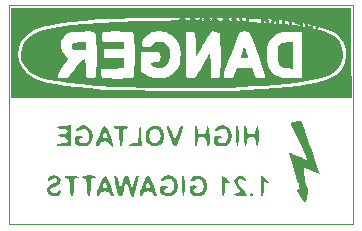
<source format=gbo>
G04 (created by PCBNEW (2013-07-07 BZR 4022)-stable) date 1/29/2014 5:58:00 PM*
%MOIN*%
G04 Gerber Fmt 3.4, Leading zero omitted, Abs format*
%FSLAX34Y34*%
G01*
G70*
G90*
G04 APERTURE LIST*
%ADD10C,0.00590551*%
%ADD11C,0.00984252*%
%ADD12C,0.0001*%
G04 APERTURE END LIST*
G54D10*
G54D11*
X75271Y-46740D02*
X75215Y-46759D01*
X75121Y-46759D01*
X75084Y-46740D01*
X75065Y-46721D01*
X75046Y-46684D01*
X75046Y-46646D01*
X75065Y-46609D01*
X75084Y-46590D01*
X75121Y-46571D01*
X75196Y-46553D01*
X75234Y-46534D01*
X75252Y-46515D01*
X75271Y-46478D01*
X75271Y-46440D01*
X75252Y-46403D01*
X75234Y-46384D01*
X75196Y-46365D01*
X75102Y-46365D01*
X75046Y-46384D01*
X74821Y-46759D02*
X74859Y-46740D01*
X74877Y-46721D01*
X74896Y-46684D01*
X74896Y-46571D01*
X74877Y-46534D01*
X74859Y-46515D01*
X74821Y-46496D01*
X74765Y-46496D01*
X74727Y-46515D01*
X74709Y-46534D01*
X74690Y-46571D01*
X74690Y-46684D01*
X74709Y-46721D01*
X74727Y-46740D01*
X74765Y-46759D01*
X74821Y-46759D01*
X74465Y-46759D02*
X74502Y-46740D01*
X74521Y-46703D01*
X74521Y-46365D01*
X74146Y-46759D02*
X74146Y-46365D01*
X74146Y-46740D02*
X74184Y-46759D01*
X74259Y-46759D01*
X74296Y-46740D01*
X74315Y-46721D01*
X74334Y-46684D01*
X74334Y-46571D01*
X74315Y-46534D01*
X74296Y-46515D01*
X74259Y-46496D01*
X74184Y-46496D01*
X74146Y-46515D01*
X73809Y-46740D02*
X73846Y-46759D01*
X73921Y-46759D01*
X73959Y-46740D01*
X73977Y-46703D01*
X73977Y-46553D01*
X73959Y-46515D01*
X73921Y-46496D01*
X73846Y-46496D01*
X73809Y-46515D01*
X73790Y-46553D01*
X73790Y-46590D01*
X73977Y-46628D01*
X73621Y-46759D02*
X73621Y-46496D01*
X73621Y-46571D02*
X73602Y-46534D01*
X73584Y-46515D01*
X73546Y-46496D01*
X73509Y-46496D01*
X73378Y-46759D02*
X73378Y-46496D01*
X73378Y-46365D02*
X73396Y-46384D01*
X73378Y-46403D01*
X73359Y-46384D01*
X73378Y-46365D01*
X73378Y-46403D01*
X73190Y-46496D02*
X73190Y-46759D01*
X73190Y-46534D02*
X73171Y-46515D01*
X73134Y-46496D01*
X73078Y-46496D01*
X73040Y-46515D01*
X73021Y-46553D01*
X73021Y-46759D01*
X72665Y-46496D02*
X72665Y-46815D01*
X72684Y-46853D01*
X72703Y-46871D01*
X72740Y-46890D01*
X72796Y-46890D01*
X72834Y-46871D01*
X72665Y-46740D02*
X72703Y-46759D01*
X72778Y-46759D01*
X72815Y-46740D01*
X72834Y-46721D01*
X72853Y-46684D01*
X72853Y-46571D01*
X72834Y-46534D01*
X72815Y-46515D01*
X72778Y-46496D01*
X72703Y-46496D01*
X72665Y-46515D01*
X72178Y-46759D02*
X72178Y-46365D01*
X72028Y-46365D01*
X71990Y-46384D01*
X71971Y-46403D01*
X71953Y-46440D01*
X71953Y-46496D01*
X71971Y-46534D01*
X71990Y-46553D01*
X72028Y-46571D01*
X72178Y-46571D01*
X71784Y-46759D02*
X71784Y-46496D01*
X71784Y-46571D02*
X71765Y-46534D01*
X71746Y-46515D01*
X71709Y-46496D01*
X71671Y-46496D01*
X71372Y-46759D02*
X71372Y-46553D01*
X71390Y-46515D01*
X71428Y-46496D01*
X71503Y-46496D01*
X71540Y-46515D01*
X71372Y-46740D02*
X71409Y-46759D01*
X71503Y-46759D01*
X71540Y-46740D01*
X71559Y-46703D01*
X71559Y-46665D01*
X71540Y-46628D01*
X71503Y-46609D01*
X71409Y-46609D01*
X71372Y-46590D01*
X71015Y-46740D02*
X71053Y-46759D01*
X71128Y-46759D01*
X71165Y-46740D01*
X71184Y-46721D01*
X71203Y-46684D01*
X71203Y-46571D01*
X71184Y-46534D01*
X71165Y-46515D01*
X71128Y-46496D01*
X71053Y-46496D01*
X71015Y-46515D01*
X70903Y-46496D02*
X70753Y-46496D01*
X70847Y-46365D02*
X70847Y-46703D01*
X70828Y-46740D01*
X70790Y-46759D01*
X70753Y-46759D01*
X70622Y-46759D02*
X70622Y-46496D01*
X70622Y-46365D02*
X70640Y-46384D01*
X70622Y-46403D01*
X70603Y-46384D01*
X70622Y-46365D01*
X70622Y-46403D01*
X70265Y-46740D02*
X70303Y-46759D01*
X70378Y-46759D01*
X70415Y-46740D01*
X70434Y-46721D01*
X70453Y-46684D01*
X70453Y-46571D01*
X70434Y-46534D01*
X70415Y-46515D01*
X70378Y-46496D01*
X70303Y-46496D01*
X70265Y-46515D01*
X69947Y-46740D02*
X69984Y-46759D01*
X70059Y-46759D01*
X70097Y-46740D01*
X70115Y-46703D01*
X70115Y-46553D01*
X70097Y-46515D01*
X70059Y-46496D01*
X69984Y-46496D01*
X69947Y-46515D01*
X69928Y-46553D01*
X69928Y-46590D01*
X70115Y-46628D01*
G54D12*
G36*
X64233Y-53367D02*
X64267Y-53367D01*
X64267Y-53334D01*
X64267Y-49700D01*
X64267Y-46067D01*
X69983Y-46067D01*
X75700Y-46067D01*
X75700Y-49700D01*
X75700Y-53334D01*
X69983Y-53334D01*
X64267Y-53334D01*
X64267Y-53367D01*
X69983Y-53367D01*
X75733Y-53367D01*
X75733Y-49700D01*
X75733Y-46034D01*
X69983Y-46034D01*
X64233Y-46034D01*
X64233Y-49700D01*
X64233Y-53367D01*
X64233Y-53367D01*
X64233Y-53367D01*
G37*
G36*
X73581Y-50941D02*
X73587Y-50975D01*
X73610Y-51063D01*
X73648Y-51193D01*
X73698Y-51355D01*
X73750Y-51519D01*
X73809Y-51704D01*
X73860Y-51868D01*
X73900Y-52001D01*
X73925Y-52090D01*
X73933Y-52125D01*
X73907Y-52162D01*
X73883Y-52167D01*
X73839Y-52177D01*
X73833Y-52185D01*
X73852Y-52223D01*
X73898Y-52295D01*
X73961Y-52384D01*
X74028Y-52475D01*
X74088Y-52551D01*
X74128Y-52595D01*
X74136Y-52600D01*
X74152Y-52570D01*
X74170Y-52493D01*
X74181Y-52425D01*
X74198Y-52309D01*
X74215Y-52209D01*
X74223Y-52174D01*
X74225Y-52116D01*
X74198Y-52107D01*
X74173Y-52090D01*
X74149Y-52023D01*
X74124Y-51900D01*
X74107Y-51790D01*
X74088Y-51650D01*
X74077Y-51536D01*
X74073Y-51464D01*
X74076Y-51447D01*
X74111Y-51453D01*
X74191Y-51481D01*
X74302Y-51528D01*
X74346Y-51547D01*
X74461Y-51597D01*
X74549Y-51629D01*
X74596Y-51639D01*
X74600Y-51637D01*
X74589Y-51598D01*
X74560Y-51507D01*
X74515Y-51375D01*
X74458Y-51213D01*
X74405Y-51063D01*
X74331Y-50854D01*
X74255Y-50637D01*
X74183Y-50434D01*
X74124Y-50263D01*
X74100Y-50193D01*
X73990Y-49869D01*
X73837Y-49889D01*
X73738Y-49907D01*
X73667Y-49929D01*
X73651Y-49938D01*
X73654Y-49979D01*
X73688Y-50073D01*
X73750Y-50218D01*
X73839Y-50408D01*
X73916Y-50566D01*
X74006Y-50749D01*
X74083Y-50911D01*
X74143Y-51043D01*
X74182Y-51136D01*
X74196Y-51180D01*
X74196Y-51182D01*
X74160Y-51177D01*
X74078Y-51148D01*
X73964Y-51100D01*
X73886Y-51064D01*
X73760Y-51007D01*
X73659Y-50965D01*
X73596Y-50942D01*
X73581Y-50941D01*
X73581Y-50941D01*
X73581Y-50941D01*
G37*
G36*
X72633Y-52050D02*
X72636Y-52220D01*
X72644Y-52330D01*
X72660Y-52386D01*
X72685Y-52397D01*
X72711Y-52378D01*
X72722Y-52336D01*
X72730Y-52246D01*
X72733Y-52129D01*
X72733Y-52128D01*
X72740Y-51992D01*
X72758Y-51915D01*
X72787Y-51901D01*
X72817Y-51934D01*
X72858Y-51965D01*
X72894Y-51953D01*
X72900Y-51930D01*
X72877Y-51886D01*
X72821Y-51822D01*
X72751Y-51756D01*
X72690Y-51710D01*
X72663Y-51700D01*
X72651Y-51731D01*
X72641Y-51815D01*
X72635Y-51938D01*
X72633Y-52050D01*
X72633Y-52050D01*
X72633Y-52050D01*
G37*
G36*
X72278Y-52343D02*
X72302Y-52390D01*
X72333Y-52400D01*
X72376Y-52376D01*
X72385Y-52364D01*
X72389Y-52313D01*
X72354Y-52279D01*
X72306Y-52283D01*
X72296Y-52291D01*
X72278Y-52343D01*
X72278Y-52343D01*
X72278Y-52343D01*
G37*
G36*
X71742Y-52342D02*
X71779Y-52365D01*
X71860Y-52383D01*
X71961Y-52395D01*
X72057Y-52397D01*
X72127Y-52388D01*
X72143Y-52379D01*
X72162Y-52349D01*
X72155Y-52310D01*
X72116Y-52250D01*
X72037Y-52156D01*
X72015Y-52131D01*
X71919Y-52009D01*
X71875Y-51918D01*
X71873Y-51889D01*
X71908Y-51825D01*
X71970Y-51807D01*
X72036Y-51839D01*
X72050Y-51856D01*
X72095Y-51895D01*
X72135Y-51879D01*
X72151Y-51838D01*
X72116Y-51783D01*
X72103Y-51770D01*
X72003Y-51710D01*
X71893Y-51711D01*
X71797Y-51770D01*
X71748Y-51860D01*
X71762Y-51966D01*
X71841Y-52088D01*
X71873Y-52122D01*
X71939Y-52208D01*
X71945Y-52265D01*
X71891Y-52295D01*
X71829Y-52300D01*
X71756Y-52312D01*
X71742Y-52342D01*
X71742Y-52342D01*
X71742Y-52342D01*
G37*
G36*
X71333Y-52032D02*
X71337Y-52210D01*
X71349Y-52327D01*
X71370Y-52384D01*
X71401Y-52387D01*
X71412Y-52377D01*
X71423Y-52335D01*
X71431Y-52246D01*
X71433Y-52150D01*
X71437Y-52019D01*
X71450Y-51944D01*
X71477Y-51917D01*
X71523Y-51928D01*
X71538Y-51936D01*
X71590Y-51952D01*
X71599Y-51929D01*
X71570Y-51877D01*
X71504Y-51804D01*
X71497Y-51797D01*
X71426Y-51737D01*
X71374Y-51703D01*
X71363Y-51700D01*
X71351Y-51731D01*
X71341Y-51815D01*
X71335Y-51936D01*
X71333Y-52032D01*
X71333Y-52032D01*
X71333Y-52032D01*
G37*
G36*
X70267Y-52163D02*
X70279Y-52259D01*
X70310Y-52327D01*
X70316Y-52332D01*
X70405Y-52373D01*
X70526Y-52387D01*
X70645Y-52374D01*
X70706Y-52351D01*
X70792Y-52268D01*
X70841Y-52149D01*
X70851Y-52014D01*
X70824Y-51884D01*
X70757Y-51778D01*
X70725Y-51751D01*
X70618Y-51708D01*
X70494Y-51703D01*
X70381Y-51734D01*
X70332Y-51768D01*
X70288Y-51835D01*
X70296Y-51883D01*
X70348Y-51900D01*
X70405Y-51877D01*
X70433Y-51850D01*
X70508Y-51801D01*
X70590Y-51805D01*
X70664Y-51855D01*
X70717Y-51940D01*
X70733Y-52037D01*
X70711Y-52170D01*
X70651Y-52259D01*
X70562Y-52296D01*
X70452Y-52276D01*
X70431Y-52266D01*
X70374Y-52218D01*
X70384Y-52172D01*
X70450Y-52134D01*
X70520Y-52095D01*
X70526Y-52061D01*
X70472Y-52039D01*
X70400Y-52034D01*
X70315Y-52037D01*
X70277Y-52059D01*
X70267Y-52119D01*
X70267Y-52163D01*
X70267Y-52163D01*
X70267Y-52163D01*
G37*
G36*
X70005Y-51939D02*
X70007Y-52039D01*
X70016Y-52215D01*
X70030Y-52329D01*
X70049Y-52385D01*
X70058Y-52392D01*
X70078Y-52382D01*
X70091Y-52330D01*
X70098Y-52229D01*
X70100Y-52070D01*
X70100Y-52053D01*
X70099Y-51893D01*
X70093Y-51789D01*
X70082Y-51729D01*
X70064Y-51704D01*
X70049Y-51700D01*
X70026Y-51709D01*
X70012Y-51745D01*
X70005Y-51818D01*
X70005Y-51939D01*
X70005Y-51939D01*
X70005Y-51939D01*
G37*
G36*
X69273Y-52173D02*
X69274Y-52260D01*
X69305Y-52312D01*
X69363Y-52348D01*
X69514Y-52398D01*
X69650Y-52382D01*
X69769Y-52303D01*
X69840Y-52212D01*
X69865Y-52111D01*
X69867Y-52067D01*
X69845Y-51901D01*
X69779Y-51783D01*
X69672Y-51717D01*
X69566Y-51701D01*
X69456Y-51718D01*
X69364Y-51761D01*
X69308Y-51820D01*
X69300Y-51852D01*
X69322Y-51893D01*
X69374Y-51894D01*
X69431Y-51853D01*
X69433Y-51850D01*
X69501Y-51811D01*
X69591Y-51802D01*
X69671Y-51824D01*
X69693Y-51842D01*
X69745Y-51941D01*
X69756Y-52048D01*
X69733Y-52151D01*
X69682Y-52237D01*
X69612Y-52291D01*
X69528Y-52300D01*
X69470Y-52277D01*
X69417Y-52223D01*
X69407Y-52169D01*
X69442Y-52136D01*
X69464Y-52134D01*
X69521Y-52112D01*
X69533Y-52081D01*
X69517Y-52047D01*
X69457Y-52037D01*
X69408Y-52040D01*
X69326Y-52052D01*
X69288Y-52084D01*
X69275Y-52158D01*
X69273Y-52173D01*
X69273Y-52173D01*
X69273Y-52173D01*
G37*
G36*
X68595Y-52314D02*
X68601Y-52374D01*
X68637Y-52388D01*
X68683Y-52356D01*
X68705Y-52319D01*
X68742Y-52263D01*
X68800Y-52238D01*
X68803Y-52237D01*
X68803Y-52096D01*
X68813Y-52028D01*
X68832Y-51949D01*
X68850Y-51906D01*
X68851Y-51905D01*
X68885Y-51907D01*
X68922Y-51959D01*
X68951Y-52042D01*
X68961Y-52107D01*
X68932Y-52131D01*
X68883Y-52134D01*
X68822Y-52127D01*
X68803Y-52096D01*
X68803Y-52237D01*
X68883Y-52234D01*
X68979Y-52241D01*
X69032Y-52269D01*
X69061Y-52317D01*
X69103Y-52381D01*
X69143Y-52398D01*
X69164Y-52363D01*
X69165Y-52342D01*
X69152Y-52286D01*
X69120Y-52186D01*
X69075Y-52059D01*
X69053Y-52000D01*
X68985Y-51841D01*
X68929Y-51745D01*
X68878Y-51714D01*
X68828Y-51747D01*
X68772Y-51843D01*
X68712Y-51984D01*
X68662Y-52113D01*
X68622Y-52225D01*
X68598Y-52300D01*
X68595Y-52314D01*
X68595Y-52314D01*
X68595Y-52314D01*
G37*
G36*
X67749Y-51746D02*
X67762Y-51833D01*
X67788Y-51950D01*
X67820Y-52079D01*
X67855Y-52203D01*
X67889Y-52306D01*
X67917Y-52370D01*
X67928Y-52383D01*
X67972Y-52391D01*
X68005Y-52369D01*
X68035Y-52307D01*
X68069Y-52193D01*
X68083Y-52134D01*
X68114Y-52023D01*
X68143Y-51945D01*
X68163Y-51915D01*
X68165Y-51916D01*
X68184Y-51954D01*
X68210Y-52037D01*
X68232Y-52124D01*
X68273Y-52272D01*
X68318Y-52367D01*
X68364Y-52405D01*
X68408Y-52381D01*
X68414Y-52372D01*
X68427Y-52332D01*
X68449Y-52244D01*
X68478Y-52127D01*
X68508Y-51999D01*
X68536Y-51877D01*
X68557Y-51778D01*
X68567Y-51722D01*
X68567Y-51717D01*
X68540Y-51702D01*
X68518Y-51700D01*
X68491Y-51710D01*
X68467Y-51748D01*
X68440Y-51823D01*
X68408Y-51947D01*
X68384Y-52050D01*
X68364Y-52107D01*
X68342Y-52108D01*
X68315Y-52051D01*
X68281Y-51931D01*
X68267Y-51873D01*
X68240Y-51771D01*
X68212Y-51719D01*
X68175Y-51705D01*
X68155Y-51707D01*
X68108Y-51727D01*
X68074Y-51784D01*
X68041Y-51891D01*
X68039Y-51900D01*
X68003Y-52031D01*
X67973Y-52096D01*
X67946Y-52097D01*
X67920Y-52033D01*
X67898Y-51935D01*
X67864Y-51808D01*
X67822Y-51725D01*
X67778Y-51693D01*
X67751Y-51705D01*
X67749Y-51746D01*
X67749Y-51746D01*
X67749Y-51746D01*
G37*
G36*
X67162Y-52314D02*
X67168Y-52374D01*
X67204Y-52388D01*
X67250Y-52356D01*
X67272Y-52319D01*
X67309Y-52263D01*
X67368Y-52238D01*
X67370Y-52237D01*
X67370Y-52096D01*
X67380Y-52028D01*
X67399Y-51949D01*
X67417Y-51906D01*
X67418Y-51905D01*
X67451Y-51907D01*
X67489Y-51959D01*
X67518Y-52042D01*
X67527Y-52107D01*
X67498Y-52131D01*
X67450Y-52134D01*
X67388Y-52127D01*
X67370Y-52096D01*
X67370Y-52237D01*
X67448Y-52234D01*
X67544Y-52242D01*
X67597Y-52273D01*
X67617Y-52306D01*
X67660Y-52370D01*
X67703Y-52393D01*
X67729Y-52369D01*
X67732Y-52345D01*
X67720Y-52287D01*
X67689Y-52186D01*
X67644Y-52058D01*
X67623Y-52000D01*
X67556Y-51839D01*
X67500Y-51743D01*
X67448Y-51711D01*
X67397Y-51744D01*
X67340Y-51840D01*
X67279Y-51984D01*
X67229Y-52113D01*
X67189Y-52225D01*
X67165Y-52300D01*
X67162Y-52314D01*
X67162Y-52314D01*
X67162Y-52314D01*
G37*
G36*
X66667Y-51750D02*
X66696Y-51790D01*
X66749Y-51800D01*
X66788Y-51803D01*
X66813Y-51821D01*
X66827Y-51866D01*
X66835Y-51953D01*
X66841Y-52089D01*
X66851Y-52243D01*
X66870Y-52347D01*
X66895Y-52398D01*
X66924Y-52391D01*
X66946Y-52349D01*
X66956Y-52290D01*
X66964Y-52186D01*
X66967Y-52059D01*
X66967Y-52047D01*
X66968Y-51921D01*
X66974Y-51847D01*
X66991Y-51812D01*
X67022Y-51801D01*
X67050Y-51800D01*
X67117Y-51783D01*
X67133Y-51750D01*
X67120Y-51723D01*
X67070Y-51707D01*
X66973Y-51701D01*
X66900Y-51700D01*
X66773Y-51703D01*
X66701Y-51714D01*
X66670Y-51735D01*
X66667Y-51750D01*
X66667Y-51750D01*
X66667Y-51750D01*
G37*
G36*
X66100Y-51749D02*
X66129Y-51790D01*
X66182Y-51800D01*
X66222Y-51803D01*
X66247Y-51821D01*
X66261Y-51866D01*
X66269Y-51953D01*
X66274Y-52089D01*
X66285Y-52255D01*
X66305Y-52357D01*
X66335Y-52397D01*
X66377Y-52379D01*
X66388Y-52337D01*
X66396Y-52246D01*
X66400Y-52122D01*
X66400Y-52080D01*
X66400Y-51805D01*
X66492Y-51794D01*
X66569Y-51778D01*
X66586Y-51757D01*
X66551Y-51736D01*
X66469Y-51718D01*
X66348Y-51707D01*
X66342Y-51707D01*
X66214Y-51704D01*
X66140Y-51710D01*
X66107Y-51727D01*
X66100Y-51749D01*
X66100Y-51749D01*
X66100Y-51749D01*
G37*
G36*
X65500Y-52186D02*
X65530Y-52288D01*
X65610Y-52363D01*
X65724Y-52399D01*
X65750Y-52400D01*
X65869Y-52376D01*
X65933Y-52334D01*
X65991Y-52259D01*
X65990Y-52206D01*
X65961Y-52180D01*
X65914Y-52185D01*
X65873Y-52228D01*
X65802Y-52286D01*
X65715Y-52296D01*
X65639Y-52256D01*
X65633Y-52250D01*
X65614Y-52188D01*
X65654Y-52131D01*
X65746Y-52089D01*
X65769Y-52083D01*
X65890Y-52032D01*
X65954Y-51945D01*
X65967Y-51866D01*
X65939Y-51771D01*
X65859Y-51716D01*
X65750Y-51700D01*
X65636Y-51719D01*
X65559Y-51769D01*
X65533Y-51835D01*
X65549Y-51891D01*
X65591Y-51890D01*
X65633Y-51850D01*
X65696Y-51812D01*
X65775Y-51801D01*
X65839Y-51822D01*
X65851Y-51835D01*
X65851Y-51887D01*
X65809Y-51939D01*
X65745Y-51966D01*
X65734Y-51967D01*
X65649Y-51993D01*
X65567Y-52057D01*
X65511Y-52138D01*
X65500Y-52186D01*
X65500Y-52186D01*
X65500Y-52186D01*
G37*
G36*
X72072Y-50272D02*
X72074Y-50372D01*
X72082Y-50549D01*
X72096Y-50663D01*
X72116Y-50718D01*
X72125Y-50725D01*
X72154Y-50709D01*
X72166Y-50634D01*
X72167Y-50607D01*
X72185Y-50487D01*
X72242Y-50421D01*
X72339Y-50405D01*
X72356Y-50406D01*
X72416Y-50420D01*
X72447Y-50458D01*
X72464Y-50538D01*
X72467Y-50564D01*
X72486Y-50656D01*
X72513Y-50716D01*
X72525Y-50725D01*
X72545Y-50715D01*
X72557Y-50663D01*
X72564Y-50562D01*
X72567Y-50404D01*
X72567Y-50384D01*
X72565Y-50218D01*
X72558Y-50112D01*
X72546Y-50055D01*
X72528Y-50041D01*
X72525Y-50042D01*
X72495Y-50081D01*
X72471Y-50160D01*
X72467Y-50186D01*
X72450Y-50271D01*
X72418Y-50311D01*
X72350Y-50326D01*
X72337Y-50328D01*
X72242Y-50322D01*
X72189Y-50277D01*
X72168Y-50181D01*
X72167Y-50142D01*
X72155Y-50060D01*
X72116Y-50034D01*
X72092Y-50043D01*
X72078Y-50078D01*
X72072Y-50151D01*
X72072Y-50272D01*
X72072Y-50272D01*
X72072Y-50272D01*
G37*
G36*
X71805Y-50272D02*
X71807Y-50372D01*
X71816Y-50549D01*
X71830Y-50663D01*
X71849Y-50718D01*
X71858Y-50725D01*
X71878Y-50715D01*
X71891Y-50663D01*
X71898Y-50562D01*
X71900Y-50403D01*
X71900Y-50386D01*
X71899Y-50226D01*
X71893Y-50122D01*
X71882Y-50063D01*
X71864Y-50037D01*
X71849Y-50034D01*
X71826Y-50043D01*
X71812Y-50078D01*
X71805Y-50151D01*
X71805Y-50272D01*
X71805Y-50272D01*
X71805Y-50272D01*
G37*
G36*
X71073Y-50503D02*
X71080Y-50605D01*
X71128Y-50672D01*
X71226Y-50711D01*
X71315Y-50725D01*
X71416Y-50730D01*
X71485Y-50709D01*
X71556Y-50649D01*
X71565Y-50640D01*
X71643Y-50525D01*
X71670Y-50395D01*
X71653Y-50267D01*
X71596Y-50154D01*
X71504Y-50072D01*
X71382Y-50034D01*
X71360Y-50034D01*
X71253Y-50051D01*
X71162Y-50095D01*
X71108Y-50155D01*
X71100Y-50185D01*
X71122Y-50227D01*
X71174Y-50227D01*
X71231Y-50186D01*
X71233Y-50184D01*
X71310Y-50139D01*
X71412Y-50145D01*
X71468Y-50167D01*
X71524Y-50231D01*
X71553Y-50332D01*
X71551Y-50446D01*
X71528Y-50522D01*
X71464Y-50605D01*
X71371Y-50632D01*
X71281Y-50619D01*
X71221Y-50583D01*
X71198Y-50531D01*
X71216Y-50484D01*
X71267Y-50467D01*
X71322Y-50445D01*
X71333Y-50415D01*
X71317Y-50381D01*
X71257Y-50371D01*
X71208Y-50373D01*
X71126Y-50385D01*
X71088Y-50418D01*
X71075Y-50490D01*
X71073Y-50503D01*
X71073Y-50503D01*
X71073Y-50503D01*
G37*
G36*
X70433Y-50386D02*
X70435Y-50551D01*
X70442Y-50657D01*
X70454Y-50712D01*
X70473Y-50726D01*
X70475Y-50725D01*
X70504Y-50687D01*
X70527Y-50605D01*
X70533Y-50564D01*
X70549Y-50472D01*
X70575Y-50426D01*
X70627Y-50408D01*
X70644Y-50406D01*
X70748Y-50416D01*
X70810Y-50476D01*
X70833Y-50589D01*
X70833Y-50604D01*
X70844Y-50690D01*
X70870Y-50732D01*
X70902Y-50722D01*
X70919Y-50689D01*
X70930Y-50624D01*
X70933Y-50519D01*
X70930Y-50394D01*
X70921Y-50266D01*
X70907Y-50152D01*
X70891Y-50071D01*
X70875Y-50042D01*
X70844Y-50060D01*
X70833Y-50139D01*
X70821Y-50253D01*
X70779Y-50313D01*
X70699Y-50330D01*
X70663Y-50328D01*
X70592Y-50316D01*
X70557Y-50285D01*
X70543Y-50215D01*
X70540Y-50175D01*
X70523Y-50074D01*
X70489Y-50034D01*
X70482Y-50034D01*
X70460Y-50046D01*
X70445Y-50089D01*
X70437Y-50173D01*
X70434Y-50310D01*
X70433Y-50386D01*
X70433Y-50386D01*
X70433Y-50386D01*
G37*
G36*
X69507Y-50060D02*
X69512Y-50111D01*
X69537Y-50202D01*
X69585Y-50342D01*
X69611Y-50417D01*
X69674Y-50580D01*
X69726Y-50682D01*
X69769Y-50726D01*
X69775Y-50727D01*
X69833Y-50716D01*
X69850Y-50694D01*
X69913Y-50516D01*
X69967Y-50352D01*
X70007Y-50213D01*
X70030Y-50110D01*
X70034Y-50055D01*
X70031Y-50049D01*
X69992Y-50040D01*
X69954Y-50072D01*
X69914Y-50154D01*
X69865Y-50291D01*
X69862Y-50301D01*
X69823Y-50410D01*
X69789Y-50484D01*
X69766Y-50510D01*
X69763Y-50509D01*
X69742Y-50466D01*
X69710Y-50378D01*
X69674Y-50267D01*
X69626Y-50136D01*
X69581Y-50058D01*
X69554Y-50039D01*
X69522Y-50039D01*
X69507Y-50060D01*
X69507Y-50060D01*
X69507Y-50060D01*
G37*
G36*
X68802Y-50466D02*
X68816Y-50535D01*
X68859Y-50596D01*
X68894Y-50632D01*
X68926Y-50653D01*
X68926Y-50375D01*
X68951Y-50259D01*
X68992Y-50192D01*
X69073Y-50139D01*
X69158Y-50142D01*
X69233Y-50193D01*
X69284Y-50283D01*
X69300Y-50384D01*
X69278Y-50501D01*
X69220Y-50586D01*
X69139Y-50630D01*
X69051Y-50624D01*
X68986Y-50581D01*
X68938Y-50492D01*
X68926Y-50375D01*
X68926Y-50653D01*
X69013Y-50712D01*
X69144Y-50734D01*
X69270Y-50696D01*
X69291Y-50683D01*
X69364Y-50595D01*
X69403Y-50471D01*
X69407Y-50333D01*
X69376Y-50203D01*
X69310Y-50102D01*
X69298Y-50092D01*
X69187Y-50041D01*
X69059Y-50041D01*
X68939Y-50092D01*
X68914Y-50110D01*
X68853Y-50181D01*
X68820Y-50275D01*
X68808Y-50359D01*
X68802Y-50466D01*
X68802Y-50466D01*
X68802Y-50466D01*
G37*
G36*
X68233Y-50685D02*
X68250Y-50713D01*
X68306Y-50728D01*
X68413Y-50733D01*
X68451Y-50734D01*
X68669Y-50734D01*
X68660Y-50392D01*
X68651Y-50221D01*
X68637Y-50110D01*
X68620Y-50060D01*
X68602Y-50072D01*
X68584Y-50148D01*
X68570Y-50289D01*
X68567Y-50334D01*
X68550Y-50617D01*
X68392Y-50627D01*
X68285Y-50642D01*
X68238Y-50669D01*
X68233Y-50685D01*
X68233Y-50685D01*
X68233Y-50685D01*
G37*
G36*
X67733Y-50080D02*
X67763Y-50121D01*
X67825Y-50140D01*
X67869Y-50147D01*
X67897Y-50166D01*
X67912Y-50209D01*
X67921Y-50291D01*
X67926Y-50424D01*
X67926Y-50442D01*
X67934Y-50575D01*
X67947Y-50676D01*
X67963Y-50729D01*
X67969Y-50734D01*
X68009Y-50707D01*
X68017Y-50692D01*
X68026Y-50640D01*
X68034Y-50541D01*
X68041Y-50416D01*
X68041Y-50400D01*
X68047Y-50273D01*
X68056Y-50198D01*
X68075Y-50160D01*
X68109Y-50144D01*
X68144Y-50139D01*
X68208Y-50120D01*
X68224Y-50089D01*
X68185Y-50066D01*
X68089Y-50049D01*
X67973Y-50040D01*
X67845Y-50038D01*
X67771Y-50044D01*
X67738Y-50062D01*
X67733Y-50080D01*
X67733Y-50080D01*
X67733Y-50080D01*
G37*
G36*
X67141Y-50703D02*
X67143Y-50727D01*
X67160Y-50734D01*
X67184Y-50734D01*
X67234Y-50706D01*
X67273Y-50650D01*
X67313Y-50593D01*
X67367Y-50573D01*
X67367Y-50425D01*
X67377Y-50349D01*
X67400Y-50276D01*
X67426Y-50235D01*
X67432Y-50234D01*
X67461Y-50261D01*
X67497Y-50323D01*
X67525Y-50393D01*
X67533Y-50435D01*
X67505Y-50459D01*
X67450Y-50467D01*
X67388Y-50453D01*
X67367Y-50425D01*
X67367Y-50573D01*
X67377Y-50570D01*
X67440Y-50567D01*
X67532Y-50576D01*
X67584Y-50611D01*
X67606Y-50650D01*
X67651Y-50715D01*
X67696Y-50735D01*
X67723Y-50710D01*
X67721Y-50654D01*
X67687Y-50540D01*
X67640Y-50411D01*
X67588Y-50281D01*
X67535Y-50165D01*
X67489Y-50078D01*
X67457Y-50035D01*
X67451Y-50034D01*
X67414Y-50042D01*
X67380Y-50076D01*
X67342Y-50144D01*
X67295Y-50256D01*
X67238Y-50410D01*
X67186Y-50556D01*
X67155Y-50649D01*
X67141Y-50703D01*
X67141Y-50703D01*
X67141Y-50703D01*
G37*
G36*
X66440Y-50503D02*
X66447Y-50605D01*
X66495Y-50672D01*
X66593Y-50711D01*
X66682Y-50725D01*
X66783Y-50730D01*
X66852Y-50709D01*
X66923Y-50649D01*
X66932Y-50640D01*
X67010Y-50523D01*
X67038Y-50393D01*
X67020Y-50265D01*
X66961Y-50152D01*
X66866Y-50071D01*
X66740Y-50034D01*
X66719Y-50034D01*
X66619Y-50053D01*
X66531Y-50102D01*
X66475Y-50166D01*
X66467Y-50200D01*
X66486Y-50231D01*
X66546Y-50218D01*
X66627Y-50177D01*
X66710Y-50140D01*
X66780Y-50146D01*
X66812Y-50158D01*
X66884Y-50225D01*
X66922Y-50329D01*
X66919Y-50449D01*
X66895Y-50522D01*
X66831Y-50605D01*
X66738Y-50632D01*
X66648Y-50619D01*
X66587Y-50583D01*
X66565Y-50531D01*
X66582Y-50484D01*
X66633Y-50467D01*
X66689Y-50445D01*
X66700Y-50415D01*
X66683Y-50381D01*
X66623Y-50371D01*
X66575Y-50373D01*
X66493Y-50385D01*
X66455Y-50418D01*
X66441Y-50490D01*
X66440Y-50503D01*
X66440Y-50503D01*
X66440Y-50503D01*
G37*
G36*
X65833Y-50684D02*
X65847Y-50711D01*
X65897Y-50726D01*
X65994Y-50733D01*
X66067Y-50734D01*
X66300Y-50734D01*
X66300Y-50382D01*
X66300Y-50030D01*
X66078Y-50040D01*
X65945Y-50053D01*
X65864Y-50073D01*
X65837Y-50097D01*
X65868Y-50120D01*
X65960Y-50136D01*
X66006Y-50140D01*
X66114Y-50151D01*
X66171Y-50172D01*
X66194Y-50209D01*
X66195Y-50213D01*
X66183Y-50281D01*
X66115Y-50320D01*
X65992Y-50333D01*
X65900Y-50342D01*
X65870Y-50364D01*
X65900Y-50388D01*
X65988Y-50405D01*
X66005Y-50407D01*
X66121Y-50433D01*
X66187Y-50488D01*
X66195Y-50564D01*
X66190Y-50579D01*
X66156Y-50614D01*
X66079Y-50631D01*
X66001Y-50634D01*
X65896Y-50639D01*
X65844Y-50657D01*
X65833Y-50684D01*
X65833Y-50684D01*
X65833Y-50684D01*
G37*
G36*
X64317Y-49117D02*
X64549Y-49117D01*
X64549Y-47652D01*
X64576Y-47437D01*
X64659Y-47234D01*
X64798Y-47056D01*
X64831Y-47025D01*
X64946Y-46940D01*
X65087Y-46863D01*
X65259Y-46795D01*
X65467Y-46734D01*
X65717Y-46679D01*
X66012Y-46629D01*
X66358Y-46583D01*
X66761Y-46540D01*
X67224Y-46498D01*
X67283Y-46493D01*
X67444Y-46484D01*
X67662Y-46475D01*
X67933Y-46468D01*
X68246Y-46461D01*
X68595Y-46457D01*
X68972Y-46453D01*
X69369Y-46450D01*
X69778Y-46449D01*
X70191Y-46449D01*
X70602Y-46450D01*
X71001Y-46452D01*
X71382Y-46456D01*
X71736Y-46460D01*
X72056Y-46466D01*
X72333Y-46473D01*
X72561Y-46482D01*
X72731Y-46491D01*
X72750Y-46493D01*
X73230Y-46534D01*
X73648Y-46579D01*
X74008Y-46627D01*
X74316Y-46679D01*
X74576Y-46738D01*
X74793Y-46804D01*
X74972Y-46878D01*
X75117Y-46961D01*
X75233Y-47055D01*
X75283Y-47109D01*
X75407Y-47300D01*
X75475Y-47513D01*
X75486Y-47734D01*
X75438Y-47948D01*
X75404Y-48025D01*
X75335Y-48141D01*
X75250Y-48245D01*
X75146Y-48337D01*
X75019Y-48419D01*
X74864Y-48492D01*
X74678Y-48557D01*
X74456Y-48615D01*
X74195Y-48666D01*
X73891Y-48711D01*
X73538Y-48752D01*
X73135Y-48789D01*
X72675Y-48824D01*
X72156Y-48856D01*
X71733Y-48880D01*
X71618Y-48884D01*
X71444Y-48886D01*
X71220Y-48888D01*
X70954Y-48888D01*
X70655Y-48887D01*
X70329Y-48886D01*
X69986Y-48884D01*
X69634Y-48880D01*
X69280Y-48877D01*
X68933Y-48872D01*
X68601Y-48867D01*
X68292Y-48862D01*
X68014Y-48857D01*
X67776Y-48851D01*
X67585Y-48845D01*
X67450Y-48839D01*
X67417Y-48836D01*
X66928Y-48796D01*
X66501Y-48754D01*
X66132Y-48709D01*
X65815Y-48660D01*
X65547Y-48605D01*
X65322Y-48545D01*
X65136Y-48477D01*
X64984Y-48400D01*
X64862Y-48315D01*
X64804Y-48261D01*
X64662Y-48075D01*
X64577Y-47868D01*
X64549Y-47652D01*
X64549Y-49117D01*
X69992Y-49125D01*
X75668Y-49134D01*
X75659Y-47625D01*
X75650Y-46117D01*
X69983Y-46117D01*
X64317Y-46117D01*
X64317Y-47617D01*
X64317Y-49117D01*
X64317Y-49117D01*
X64317Y-49117D01*
G37*
G36*
X64636Y-47645D02*
X64660Y-47840D01*
X64737Y-48026D01*
X64869Y-48193D01*
X64977Y-48280D01*
X65126Y-48362D01*
X65325Y-48437D01*
X65575Y-48504D01*
X65867Y-48561D01*
X65867Y-48398D01*
X65884Y-48353D01*
X65927Y-48268D01*
X65987Y-48162D01*
X66054Y-48052D01*
X66118Y-47954D01*
X66168Y-47886D01*
X66174Y-47878D01*
X66211Y-47834D01*
X66215Y-47799D01*
X66181Y-47755D01*
X66116Y-47694D01*
X66013Y-47557D01*
X65969Y-47399D01*
X65987Y-47232D01*
X66016Y-47157D01*
X66065Y-47069D01*
X66124Y-47005D01*
X66205Y-46962D01*
X66319Y-46933D01*
X66477Y-46916D01*
X66663Y-46907D01*
X66837Y-46901D01*
X66958Y-46900D01*
X67035Y-46905D01*
X67083Y-46918D01*
X67112Y-46939D01*
X67122Y-46952D01*
X67137Y-47005D01*
X67149Y-47112D01*
X67158Y-47260D01*
X67165Y-47437D01*
X67168Y-47630D01*
X67169Y-47826D01*
X67166Y-48012D01*
X67160Y-48176D01*
X67151Y-48305D01*
X67138Y-48387D01*
X67132Y-48402D01*
X67075Y-48448D01*
X66985Y-48467D01*
X66894Y-48457D01*
X66840Y-48427D01*
X66819Y-48370D01*
X66805Y-48259D01*
X66800Y-48110D01*
X66797Y-47983D01*
X66787Y-47887D01*
X66774Y-47837D01*
X66768Y-47834D01*
X66677Y-47861D01*
X66577Y-47945D01*
X66466Y-48090D01*
X66433Y-48140D01*
X66359Y-48255D01*
X66293Y-48351D01*
X66247Y-48413D01*
X66239Y-48421D01*
X66178Y-48453D01*
X66089Y-48466D01*
X65993Y-48462D01*
X65912Y-48443D01*
X65869Y-48410D01*
X65867Y-48398D01*
X65867Y-48561D01*
X65879Y-48564D01*
X66238Y-48617D01*
X66655Y-48663D01*
X67132Y-48703D01*
X67306Y-48713D01*
X67306Y-48263D01*
X67306Y-48261D01*
X67317Y-48150D01*
X67692Y-48141D01*
X68067Y-48131D01*
X68067Y-47966D01*
X68067Y-47800D01*
X67733Y-47800D01*
X67400Y-47800D01*
X67400Y-47650D01*
X67400Y-47500D01*
X67733Y-47500D01*
X68067Y-47500D01*
X68067Y-47384D01*
X68067Y-47267D01*
X67775Y-47266D01*
X67596Y-47265D01*
X67474Y-47257D01*
X67396Y-47239D01*
X67354Y-47206D01*
X67337Y-47155D01*
X67333Y-47083D01*
X67344Y-46976D01*
X67378Y-46924D01*
X67386Y-46920D01*
X67450Y-46909D01*
X67561Y-46902D01*
X67704Y-46898D01*
X67864Y-46899D01*
X68026Y-46903D01*
X68174Y-46910D01*
X68295Y-46920D01*
X68373Y-46932D01*
X68393Y-46940D01*
X68408Y-46979D01*
X68420Y-47064D01*
X68427Y-47202D01*
X68432Y-47395D01*
X68433Y-47650D01*
X68433Y-47684D01*
X68432Y-47946D01*
X68428Y-48146D01*
X68421Y-48290D01*
X68410Y-48381D01*
X68395Y-48425D01*
X68393Y-48427D01*
X68342Y-48445D01*
X68240Y-48458D01*
X68101Y-48467D01*
X67941Y-48470D01*
X67774Y-48469D01*
X67615Y-48463D01*
X67479Y-48452D01*
X67381Y-48437D01*
X67335Y-48419D01*
X67311Y-48354D01*
X67306Y-48263D01*
X67306Y-48713D01*
X67670Y-48737D01*
X68273Y-48766D01*
X68300Y-48767D01*
X68638Y-48777D01*
X68638Y-47988D01*
X68641Y-47895D01*
X68650Y-47584D01*
X68928Y-47574D01*
X69092Y-47572D01*
X69200Y-47586D01*
X69264Y-47619D01*
X69293Y-47676D01*
X69300Y-47753D01*
X69278Y-47853D01*
X69209Y-47912D01*
X69087Y-47933D01*
X69069Y-47934D01*
X68990Y-47949D01*
X68968Y-47989D01*
X69003Y-48042D01*
X69065Y-48083D01*
X69210Y-48128D01*
X69351Y-48118D01*
X69472Y-48059D01*
X69553Y-47962D01*
X69579Y-47876D01*
X69596Y-47752D01*
X69600Y-47654D01*
X69596Y-47525D01*
X69578Y-47438D01*
X69542Y-47372D01*
X69520Y-47344D01*
X69460Y-47286D01*
X69392Y-47258D01*
X69291Y-47250D01*
X69267Y-47250D01*
X69157Y-47256D01*
X69087Y-47278D01*
X69033Y-47327D01*
X69021Y-47342D01*
X68944Y-47411D01*
X68852Y-47431D01*
X68742Y-47412D01*
X68681Y-47369D01*
X68671Y-47289D01*
X68712Y-47180D01*
X68742Y-47130D01*
X68864Y-47003D01*
X69026Y-46927D01*
X69231Y-46900D01*
X69243Y-46900D01*
X69467Y-46927D01*
X69652Y-47008D01*
X69800Y-47144D01*
X69904Y-47317D01*
X69946Y-47459D01*
X69965Y-47638D01*
X69959Y-47824D01*
X69931Y-47978D01*
X69869Y-48110D01*
X69767Y-48245D01*
X69643Y-48359D01*
X69558Y-48412D01*
X69409Y-48456D01*
X69229Y-48465D01*
X69042Y-48441D01*
X68883Y-48388D01*
X68773Y-48333D01*
X68700Y-48281D01*
X68659Y-48216D01*
X68641Y-48124D01*
X68638Y-47988D01*
X68638Y-48777D01*
X68662Y-48778D01*
X69074Y-48787D01*
X69522Y-48792D01*
X69989Y-48794D01*
X70138Y-48793D01*
X70138Y-48043D01*
X70139Y-47830D01*
X70141Y-47664D01*
X70150Y-46917D01*
X70261Y-46906D01*
X70342Y-46904D01*
X70399Y-46921D01*
X70435Y-46967D01*
X70456Y-47052D01*
X70465Y-47186D01*
X70467Y-47361D01*
X70469Y-47521D01*
X70476Y-47638D01*
X70486Y-47705D01*
X70497Y-47715D01*
X70524Y-47675D01*
X70576Y-47590D01*
X70647Y-47470D01*
X70728Y-47330D01*
X70735Y-47317D01*
X70818Y-47176D01*
X70891Y-47055D01*
X70947Y-46969D01*
X70979Y-46927D01*
X70981Y-46926D01*
X71061Y-46900D01*
X71156Y-46904D01*
X71236Y-46935D01*
X71266Y-46965D01*
X71278Y-47021D01*
X71288Y-47132D01*
X71294Y-47283D01*
X71299Y-47461D01*
X71300Y-47655D01*
X71299Y-47851D01*
X71296Y-48035D01*
X71289Y-48196D01*
X71280Y-48320D01*
X71269Y-48394D01*
X71265Y-48404D01*
X71222Y-48450D01*
X71147Y-48463D01*
X71106Y-48460D01*
X70983Y-48450D01*
X70967Y-48034D01*
X70950Y-47617D01*
X70745Y-47967D01*
X70638Y-48147D01*
X70558Y-48278D01*
X70499Y-48367D01*
X70452Y-48423D01*
X70413Y-48452D01*
X70373Y-48464D01*
X70327Y-48466D01*
X70324Y-48466D01*
X70263Y-48465D01*
X70217Y-48457D01*
X70184Y-48435D01*
X70161Y-48390D01*
X70147Y-48315D01*
X70140Y-48202D01*
X70138Y-48043D01*
X70138Y-48793D01*
X70460Y-48792D01*
X70918Y-48788D01*
X71349Y-48780D01*
X71403Y-48778D01*
X71403Y-48347D01*
X71427Y-48246D01*
X71477Y-48100D01*
X71553Y-47902D01*
X71561Y-47880D01*
X71635Y-47690D01*
X71707Y-47503D01*
X71771Y-47336D01*
X71820Y-47206D01*
X71834Y-47167D01*
X71878Y-47054D01*
X71919Y-46968D01*
X71948Y-46926D01*
X72003Y-46909D01*
X72091Y-46901D01*
X72108Y-46901D01*
X72207Y-46914D01*
X72269Y-46961D01*
X72279Y-46975D01*
X72303Y-47028D01*
X72346Y-47133D01*
X72403Y-47281D01*
X72470Y-47460D01*
X72543Y-47660D01*
X72568Y-47728D01*
X72651Y-47962D01*
X72712Y-48140D01*
X72751Y-48270D01*
X72769Y-48360D01*
X72767Y-48417D01*
X72745Y-48449D01*
X72702Y-48462D01*
X72641Y-48466D01*
X72617Y-48466D01*
X72532Y-48458D01*
X72479Y-48441D01*
X72447Y-48396D01*
X72411Y-48312D01*
X72399Y-48275D01*
X72356Y-48134D01*
X72102Y-48134D01*
X71847Y-48134D01*
X71776Y-48300D01*
X71733Y-48396D01*
X71694Y-48446D01*
X71642Y-48464D01*
X71574Y-48467D01*
X71491Y-48463D01*
X71435Y-48448D01*
X71406Y-48411D01*
X71403Y-48347D01*
X71403Y-48778D01*
X71736Y-48769D01*
X71883Y-48764D01*
X72504Y-48733D01*
X72833Y-48709D01*
X72833Y-47700D01*
X72856Y-47452D01*
X72923Y-47246D01*
X73031Y-47086D01*
X73177Y-46975D01*
X73359Y-46919D01*
X73372Y-46917D01*
X73504Y-46907D01*
X73662Y-46904D01*
X73783Y-46906D01*
X74017Y-46917D01*
X74026Y-47649D01*
X74028Y-47865D01*
X74028Y-48060D01*
X74027Y-48223D01*
X74024Y-48344D01*
X74020Y-48414D01*
X74019Y-48424D01*
X73979Y-48445D01*
X73890Y-48459D01*
X73767Y-48466D01*
X73627Y-48467D01*
X73487Y-48460D01*
X73363Y-48446D01*
X73291Y-48431D01*
X73119Y-48351D01*
X72984Y-48219D01*
X72889Y-48041D01*
X72840Y-47825D01*
X72833Y-47700D01*
X72833Y-48709D01*
X73061Y-48693D01*
X73554Y-48645D01*
X73983Y-48589D01*
X74348Y-48525D01*
X74647Y-48453D01*
X74881Y-48373D01*
X75050Y-48285D01*
X75052Y-48283D01*
X75218Y-48141D01*
X75324Y-47981D01*
X75375Y-47791D01*
X75382Y-47667D01*
X75356Y-47441D01*
X75278Y-47253D01*
X75144Y-47100D01*
X74950Y-46974D01*
X74946Y-46972D01*
X74748Y-46893D01*
X74485Y-46821D01*
X74159Y-46757D01*
X73771Y-46701D01*
X73323Y-46653D01*
X72815Y-46612D01*
X72251Y-46580D01*
X71631Y-46556D01*
X70956Y-46541D01*
X70229Y-46534D01*
X70017Y-46534D01*
X69246Y-46539D01*
X68535Y-46552D01*
X67884Y-46575D01*
X67293Y-46607D01*
X66764Y-46647D01*
X66298Y-46697D01*
X65895Y-46755D01*
X65555Y-46822D01*
X65280Y-46897D01*
X65071Y-46982D01*
X65066Y-46984D01*
X64881Y-47110D01*
X64748Y-47270D01*
X64666Y-47451D01*
X64636Y-47645D01*
X64636Y-47645D01*
X64636Y-47645D01*
G37*
G36*
X73217Y-47680D02*
X73220Y-47851D01*
X73235Y-47968D01*
X73269Y-48042D01*
X73331Y-48085D01*
X73428Y-48109D01*
X73508Y-48120D01*
X73700Y-48143D01*
X73700Y-47705D01*
X73700Y-47267D01*
X73523Y-47267D01*
X73395Y-47272D01*
X73309Y-47295D01*
X73256Y-47346D01*
X73228Y-47437D01*
X73218Y-47577D01*
X73217Y-47680D01*
X73217Y-47680D01*
X73217Y-47680D01*
G37*
G36*
X71982Y-47742D02*
X71985Y-47783D01*
X72016Y-47798D01*
X72076Y-47800D01*
X72100Y-47800D01*
X72186Y-47797D01*
X72221Y-47781D01*
X72220Y-47741D01*
X72215Y-47725D01*
X72186Y-47643D01*
X72147Y-47543D01*
X72143Y-47534D01*
X72093Y-47417D01*
X72052Y-47534D01*
X72005Y-47663D01*
X71982Y-47742D01*
X71982Y-47742D01*
X71982Y-47742D01*
G37*
G36*
X66339Y-47365D02*
X66352Y-47450D01*
X66422Y-47505D01*
X66551Y-47531D01*
X66623Y-47534D01*
X66800Y-47534D01*
X66800Y-47392D01*
X66800Y-47250D01*
X66575Y-47267D01*
X66455Y-47278D01*
X66386Y-47292D01*
X66353Y-47317D01*
X66340Y-47358D01*
X66339Y-47365D01*
X66339Y-47365D01*
X66339Y-47365D01*
G37*
M02*

</source>
